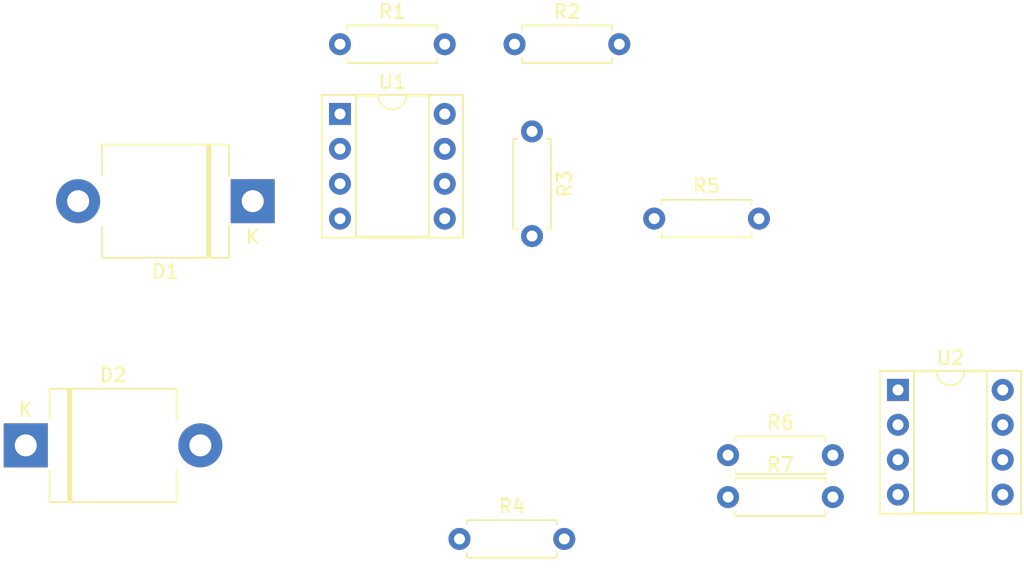
<source format=kicad_pcb>
(kicad_pcb (version 20171130) (host pcbnew "(5.0.0)")

  (general
    (thickness 1.6)
    (drawings 0)
    (tracks 0)
    (zones 0)
    (modules 11)
    (nets 18)
  )

  (page A4)
  (layers
    (0 F.Cu signal)
    (31 B.Cu signal)
    (32 B.Adhes user)
    (33 F.Adhes user)
    (34 B.Paste user)
    (35 F.Paste user)
    (36 B.SilkS user)
    (37 F.SilkS user)
    (38 B.Mask user)
    (39 F.Mask user)
    (40 Dwgs.User user)
    (41 Cmts.User user)
    (42 Eco1.User user)
    (43 Eco2.User user)
    (44 Edge.Cuts user)
    (45 Margin user)
    (46 B.CrtYd user)
    (47 F.CrtYd user)
    (48 B.Fab user)
    (49 F.Fab user)
  )

  (setup
    (last_trace_width 0.25)
    (trace_clearance 0.2)
    (zone_clearance 0.508)
    (zone_45_only no)
    (trace_min 0.2)
    (segment_width 0.2)
    (edge_width 0.15)
    (via_size 0.8)
    (via_drill 0.4)
    (via_min_size 0.4)
    (via_min_drill 0.3)
    (uvia_size 0.3)
    (uvia_drill 0.1)
    (uvias_allowed no)
    (uvia_min_size 0.2)
    (uvia_min_drill 0.1)
    (pcb_text_width 0.3)
    (pcb_text_size 1.5 1.5)
    (mod_edge_width 0.15)
    (mod_text_size 1 1)
    (mod_text_width 0.15)
    (pad_size 1.524 1.524)
    (pad_drill 0.762)
    (pad_to_mask_clearance 0.2)
    (aux_axis_origin 0 0)
    (visible_elements 7FFFFFFF)
    (pcbplotparams
      (layerselection 0x010fc_ffffffff)
      (usegerberextensions false)
      (usegerberattributes false)
      (usegerberadvancedattributes false)
      (creategerberjobfile false)
      (excludeedgelayer true)
      (linewidth 0.100000)
      (plotframeref false)
      (viasonmask false)
      (mode 1)
      (useauxorigin false)
      (hpglpennumber 1)
      (hpglpenspeed 20)
      (hpglpendiameter 15.000000)
      (psnegative false)
      (psa4output false)
      (plotreference true)
      (plotvalue true)
      (plotinvisibletext false)
      (padsonsilk false)
      (subtractmaskfromsilk false)
      (outputformat 1)
      (mirror false)
      (drillshape 1)
      (scaleselection 1)
      (outputdirectory ""))
  )

  (net 0 "")
  (net 1 GND)
  (net 2 "Net-(D1-Pad2)")
  (net 3 /MIDI1_RX)
  (net 4 +5V)
  (net 5 "Net-(R3-Pad1)")
  (net 6 /MIDI2_RX)
  (net 7 "Net-(D2-Pad2)")
  (net 8 "Net-(R6-Pad1)")
  (net 9 /MIDI3_RX)
  (net 10 "Net-(U1-Pad1)")
  (net 11 /MIDI1_TX)
  (net 12 "Net-(U1-Pad4)")
  (net 13 "Net-(U2-Pad4)")
  (net 14 /MIDI2_TX)
  (net 15 "Net-(U2-Pad1)")
  (net 16 "Net-(J1-Pad3)")
  (net 17 "Net-(J1-Pad2)")

  (net_class Default "This is the default net class."
    (clearance 0.2)
    (trace_width 0.25)
    (via_dia 0.8)
    (via_drill 0.4)
    (uvia_dia 0.3)
    (uvia_drill 0.1)
    (add_net +5V)
    (add_net /MIDI1_RX)
    (add_net /MIDI1_TX)
    (add_net /MIDI2_RX)
    (add_net /MIDI2_TX)
    (add_net /MIDI3_RX)
    (add_net GND)
    (add_net "Net-(D1-Pad2)")
    (add_net "Net-(D2-Pad2)")
    (add_net "Net-(J1-Pad2)")
    (add_net "Net-(J1-Pad3)")
    (add_net "Net-(R3-Pad1)")
    (add_net "Net-(R6-Pad1)")
    (add_net "Net-(U1-Pad1)")
    (add_net "Net-(U1-Pad4)")
    (add_net "Net-(U2-Pad1)")
    (add_net "Net-(U2-Pad4)")
  )

  (module Diode_THT:D_5KPW_P12.70mm_Horizontal (layer F.Cu) (tedit 5AE50CD5) (tstamp 5BCC380C)
    (at 78.74 104.14)
    (descr "Diode, 5KPW series, Axial, Horizontal, pin pitch=12.7mm, , length*diameter=9*8mm^2, , http://www.diodes.com/_files/packages/8686949.gif")
    (tags "Diode 5KPW series Axial Horizontal pin pitch 12.7mm  length 9mm diameter 8mm")
    (path /5BC0A198)
    (fp_text reference D2 (at 6.35 -5.12) (layer F.SilkS)
      (effects (font (size 1 1) (thickness 0.15)))
    )
    (fp_text value DIODE (at 6.35 5.12) (layer F.Fab)
      (effects (font (size 1 1) (thickness 0.15)))
    )
    (fp_text user K (at 0 -2.6) (layer F.SilkS)
      (effects (font (size 1 1) (thickness 0.15)))
    )
    (fp_text user K (at 0 -2.6) (layer F.Fab)
      (effects (font (size 1 1) (thickness 0.15)))
    )
    (fp_text user %R (at 7.025 0) (layer F.Fab)
      (effects (font (size 1 1) (thickness 0.15)))
    )
    (fp_line (start 14.55 -4.25) (end -1.85 -4.25) (layer F.CrtYd) (width 0.05))
    (fp_line (start 14.55 4.25) (end 14.55 -4.25) (layer F.CrtYd) (width 0.05))
    (fp_line (start -1.85 4.25) (end 14.55 4.25) (layer F.CrtYd) (width 0.05))
    (fp_line (start -1.85 -4.25) (end -1.85 4.25) (layer F.CrtYd) (width 0.05))
    (fp_line (start 3.08 -4.12) (end 3.08 4.12) (layer F.SilkS) (width 0.12))
    (fp_line (start 3.32 -4.12) (end 3.32 4.12) (layer F.SilkS) (width 0.12))
    (fp_line (start 3.2 -4.12) (end 3.2 4.12) (layer F.SilkS) (width 0.12))
    (fp_line (start 10.97 4.12) (end 10.97 1.84) (layer F.SilkS) (width 0.12))
    (fp_line (start 1.73 4.12) (end 10.97 4.12) (layer F.SilkS) (width 0.12))
    (fp_line (start 1.73 1.84) (end 1.73 4.12) (layer F.SilkS) (width 0.12))
    (fp_line (start 10.97 -4.12) (end 10.97 -1.84) (layer F.SilkS) (width 0.12))
    (fp_line (start 1.73 -4.12) (end 10.97 -4.12) (layer F.SilkS) (width 0.12))
    (fp_line (start 1.73 -1.84) (end 1.73 -4.12) (layer F.SilkS) (width 0.12))
    (fp_line (start 3.1 -4) (end 3.1 4) (layer F.Fab) (width 0.1))
    (fp_line (start 3.3 -4) (end 3.3 4) (layer F.Fab) (width 0.1))
    (fp_line (start 3.2 -4) (end 3.2 4) (layer F.Fab) (width 0.1))
    (fp_line (start 12.7 0) (end 10.85 0) (layer F.Fab) (width 0.1))
    (fp_line (start 0 0) (end 1.85 0) (layer F.Fab) (width 0.1))
    (fp_line (start 10.85 -4) (end 1.85 -4) (layer F.Fab) (width 0.1))
    (fp_line (start 10.85 4) (end 10.85 -4) (layer F.Fab) (width 0.1))
    (fp_line (start 1.85 4) (end 10.85 4) (layer F.Fab) (width 0.1))
    (fp_line (start 1.85 -4) (end 1.85 4) (layer F.Fab) (width 0.1))
    (pad 2 thru_hole oval (at 12.7 0) (size 3.2 3.2) (drill 1.6) (layers *.Cu *.Mask)
      (net 7 "Net-(D2-Pad2)"))
    (pad 1 thru_hole rect (at 0 0) (size 3.2 3.2) (drill 1.6) (layers *.Cu *.Mask)
      (net 14 /MIDI2_TX))
    (model ${KISYS3DMOD}/Diode_THT.3dshapes/D_5KPW_P12.70mm_Horizontal.wrl
      (at (xyz 0 0 0))
      (scale (xyz 1 1 1))
      (rotate (xyz 0 0 0))
    )
  )

  (module Diode_THT:D_5KPW_P12.70mm_Horizontal (layer F.Cu) (tedit 5AE50CD5) (tstamp 5BCC37EE)
    (at 95.25 86.36 180)
    (descr "Diode, 5KPW series, Axial, Horizontal, pin pitch=12.7mm, , length*diameter=9*8mm^2, , http://www.diodes.com/_files/packages/8686949.gif")
    (tags "Diode 5KPW series Axial Horizontal pin pitch 12.7mm  length 9mm diameter 8mm")
    (path /5BC027E3)
    (fp_text reference D1 (at 6.35 -5.12 180) (layer F.SilkS)
      (effects (font (size 1 1) (thickness 0.15)))
    )
    (fp_text value DIODE (at 6.35 5.12 180) (layer F.Fab)
      (effects (font (size 1 1) (thickness 0.15)))
    )
    (fp_line (start 1.85 -4) (end 1.85 4) (layer F.Fab) (width 0.1))
    (fp_line (start 1.85 4) (end 10.85 4) (layer F.Fab) (width 0.1))
    (fp_line (start 10.85 4) (end 10.85 -4) (layer F.Fab) (width 0.1))
    (fp_line (start 10.85 -4) (end 1.85 -4) (layer F.Fab) (width 0.1))
    (fp_line (start 0 0) (end 1.85 0) (layer F.Fab) (width 0.1))
    (fp_line (start 12.7 0) (end 10.85 0) (layer F.Fab) (width 0.1))
    (fp_line (start 3.2 -4) (end 3.2 4) (layer F.Fab) (width 0.1))
    (fp_line (start 3.3 -4) (end 3.3 4) (layer F.Fab) (width 0.1))
    (fp_line (start 3.1 -4) (end 3.1 4) (layer F.Fab) (width 0.1))
    (fp_line (start 1.73 -1.84) (end 1.73 -4.12) (layer F.SilkS) (width 0.12))
    (fp_line (start 1.73 -4.12) (end 10.97 -4.12) (layer F.SilkS) (width 0.12))
    (fp_line (start 10.97 -4.12) (end 10.97 -1.84) (layer F.SilkS) (width 0.12))
    (fp_line (start 1.73 1.84) (end 1.73 4.12) (layer F.SilkS) (width 0.12))
    (fp_line (start 1.73 4.12) (end 10.97 4.12) (layer F.SilkS) (width 0.12))
    (fp_line (start 10.97 4.12) (end 10.97 1.84) (layer F.SilkS) (width 0.12))
    (fp_line (start 3.2 -4.12) (end 3.2 4.12) (layer F.SilkS) (width 0.12))
    (fp_line (start 3.32 -4.12) (end 3.32 4.12) (layer F.SilkS) (width 0.12))
    (fp_line (start 3.08 -4.12) (end 3.08 4.12) (layer F.SilkS) (width 0.12))
    (fp_line (start -1.85 -4.25) (end -1.85 4.25) (layer F.CrtYd) (width 0.05))
    (fp_line (start -1.85 4.25) (end 14.55 4.25) (layer F.CrtYd) (width 0.05))
    (fp_line (start 14.55 4.25) (end 14.55 -4.25) (layer F.CrtYd) (width 0.05))
    (fp_line (start 14.55 -4.25) (end -1.85 -4.25) (layer F.CrtYd) (width 0.05))
    (fp_text user %R (at 7.025 0 180) (layer F.Fab)
      (effects (font (size 1 1) (thickness 0.15)))
    )
    (fp_text user K (at 0 -2.6 180) (layer F.Fab)
      (effects (font (size 1 1) (thickness 0.15)))
    )
    (fp_text user K (at 0 -2.6 180) (layer F.SilkS)
      (effects (font (size 1 1) (thickness 0.15)))
    )
    (pad 1 thru_hole rect (at 0 0 180) (size 3.2 3.2) (drill 1.6) (layers *.Cu *.Mask)
      (net 11 /MIDI1_TX))
    (pad 2 thru_hole oval (at 12.7 0 180) (size 3.2 3.2) (drill 1.6) (layers *.Cu *.Mask)
      (net 2 "Net-(D1-Pad2)"))
    (model ${KISYS3DMOD}/Diode_THT.3dshapes/D_5KPW_P12.70mm_Horizontal.wrl
      (at (xyz 0 0 0))
      (scale (xyz 1 1 1))
      (rotate (xyz 0 0 0))
    )
  )

  (module Package_DIP:DIP-8_W7.62mm_Socket (layer F.Cu) (tedit 5A02E8C5) (tstamp 5BCC25B3)
    (at 142.195001 100.105001)
    (descr "8-lead though-hole mounted DIP package, row spacing 7.62 mm (300 mils), Socket")
    (tags "THT DIP DIL PDIP 2.54mm 7.62mm 300mil Socket")
    (path /5BC0A185)
    (fp_text reference U2 (at 3.81 -2.33) (layer F.SilkS)
      (effects (font (size 1 1) (thickness 0.15)))
    )
    (fp_text value 6N138 (at 3.81 9.95) (layer F.Fab)
      (effects (font (size 1 1) (thickness 0.15)))
    )
    (fp_text user %R (at 3.81 3.81) (layer F.Fab)
      (effects (font (size 1 1) (thickness 0.15)))
    )
    (fp_line (start 9.15 -1.6) (end -1.55 -1.6) (layer F.CrtYd) (width 0.05))
    (fp_line (start 9.15 9.2) (end 9.15 -1.6) (layer F.CrtYd) (width 0.05))
    (fp_line (start -1.55 9.2) (end 9.15 9.2) (layer F.CrtYd) (width 0.05))
    (fp_line (start -1.55 -1.6) (end -1.55 9.2) (layer F.CrtYd) (width 0.05))
    (fp_line (start 8.95 -1.39) (end -1.33 -1.39) (layer F.SilkS) (width 0.12))
    (fp_line (start 8.95 9.01) (end 8.95 -1.39) (layer F.SilkS) (width 0.12))
    (fp_line (start -1.33 9.01) (end 8.95 9.01) (layer F.SilkS) (width 0.12))
    (fp_line (start -1.33 -1.39) (end -1.33 9.01) (layer F.SilkS) (width 0.12))
    (fp_line (start 6.46 -1.33) (end 4.81 -1.33) (layer F.SilkS) (width 0.12))
    (fp_line (start 6.46 8.95) (end 6.46 -1.33) (layer F.SilkS) (width 0.12))
    (fp_line (start 1.16 8.95) (end 6.46 8.95) (layer F.SilkS) (width 0.12))
    (fp_line (start 1.16 -1.33) (end 1.16 8.95) (layer F.SilkS) (width 0.12))
    (fp_line (start 2.81 -1.33) (end 1.16 -1.33) (layer F.SilkS) (width 0.12))
    (fp_line (start 8.89 -1.33) (end -1.27 -1.33) (layer F.Fab) (width 0.1))
    (fp_line (start 8.89 8.95) (end 8.89 -1.33) (layer F.Fab) (width 0.1))
    (fp_line (start -1.27 8.95) (end 8.89 8.95) (layer F.Fab) (width 0.1))
    (fp_line (start -1.27 -1.33) (end -1.27 8.95) (layer F.Fab) (width 0.1))
    (fp_line (start 0.635 -0.27) (end 1.635 -1.27) (layer F.Fab) (width 0.1))
    (fp_line (start 0.635 8.89) (end 0.635 -0.27) (layer F.Fab) (width 0.1))
    (fp_line (start 6.985 8.89) (end 0.635 8.89) (layer F.Fab) (width 0.1))
    (fp_line (start 6.985 -1.27) (end 6.985 8.89) (layer F.Fab) (width 0.1))
    (fp_line (start 1.635 -1.27) (end 6.985 -1.27) (layer F.Fab) (width 0.1))
    (fp_arc (start 3.81 -1.33) (end 2.81 -1.33) (angle -180) (layer F.SilkS) (width 0.12))
    (pad 8 thru_hole oval (at 7.62 0) (size 1.6 1.6) (drill 0.8) (layers *.Cu *.Mask)
      (net 4 +5V))
    (pad 4 thru_hole oval (at 0 7.62) (size 1.6 1.6) (drill 0.8) (layers *.Cu *.Mask)
      (net 13 "Net-(U2-Pad4)"))
    (pad 7 thru_hole oval (at 7.62 2.54) (size 1.6 1.6) (drill 0.8) (layers *.Cu *.Mask)
      (net 8 "Net-(R6-Pad1)"))
    (pad 3 thru_hole oval (at 0 5.08) (size 1.6 1.6) (drill 0.8) (layers *.Cu *.Mask)
      (net 14 /MIDI2_TX))
    (pad 6 thru_hole oval (at 7.62 5.08) (size 1.6 1.6) (drill 0.8) (layers *.Cu *.Mask)
      (net 17 "Net-(J1-Pad2)"))
    (pad 2 thru_hole oval (at 0 2.54) (size 1.6 1.6) (drill 0.8) (layers *.Cu *.Mask)
      (net 7 "Net-(D2-Pad2)"))
    (pad 5 thru_hole oval (at 7.62 7.62) (size 1.6 1.6) (drill 0.8) (layers *.Cu *.Mask)
      (net 1 GND))
    (pad 1 thru_hole rect (at 0 0) (size 1.6 1.6) (drill 0.8) (layers *.Cu *.Mask)
      (net 15 "Net-(U2-Pad1)"))
    (model ${KISYS3DMOD}/Package_DIP.3dshapes/DIP-8_W7.62mm_Socket.wrl
      (at (xyz 0 0 0))
      (scale (xyz 1 1 1))
      (rotate (xyz 0 0 0))
    )
  )

  (module Package_DIP:DIP-8_W7.62mm_Socket (layer F.Cu) (tedit 5A02E8C5) (tstamp 5BCC258F)
    (at 101.6 80.01)
    (descr "8-lead though-hole mounted DIP package, row spacing 7.62 mm (300 mils), Socket")
    (tags "THT DIP DIL PDIP 2.54mm 7.62mm 300mil Socket")
    (path /5BC02513)
    (fp_text reference U1 (at 3.81 -2.33) (layer F.SilkS)
      (effects (font (size 1 1) (thickness 0.15)))
    )
    (fp_text value 6N138 (at 3.81 9.95) (layer F.Fab)
      (effects (font (size 1 1) (thickness 0.15)))
    )
    (fp_arc (start 3.81 -1.33) (end 2.81 -1.33) (angle -180) (layer F.SilkS) (width 0.12))
    (fp_line (start 1.635 -1.27) (end 6.985 -1.27) (layer F.Fab) (width 0.1))
    (fp_line (start 6.985 -1.27) (end 6.985 8.89) (layer F.Fab) (width 0.1))
    (fp_line (start 6.985 8.89) (end 0.635 8.89) (layer F.Fab) (width 0.1))
    (fp_line (start 0.635 8.89) (end 0.635 -0.27) (layer F.Fab) (width 0.1))
    (fp_line (start 0.635 -0.27) (end 1.635 -1.27) (layer F.Fab) (width 0.1))
    (fp_line (start -1.27 -1.33) (end -1.27 8.95) (layer F.Fab) (width 0.1))
    (fp_line (start -1.27 8.95) (end 8.89 8.95) (layer F.Fab) (width 0.1))
    (fp_line (start 8.89 8.95) (end 8.89 -1.33) (layer F.Fab) (width 0.1))
    (fp_line (start 8.89 -1.33) (end -1.27 -1.33) (layer F.Fab) (width 0.1))
    (fp_line (start 2.81 -1.33) (end 1.16 -1.33) (layer F.SilkS) (width 0.12))
    (fp_line (start 1.16 -1.33) (end 1.16 8.95) (layer F.SilkS) (width 0.12))
    (fp_line (start 1.16 8.95) (end 6.46 8.95) (layer F.SilkS) (width 0.12))
    (fp_line (start 6.46 8.95) (end 6.46 -1.33) (layer F.SilkS) (width 0.12))
    (fp_line (start 6.46 -1.33) (end 4.81 -1.33) (layer F.SilkS) (width 0.12))
    (fp_line (start -1.33 -1.39) (end -1.33 9.01) (layer F.SilkS) (width 0.12))
    (fp_line (start -1.33 9.01) (end 8.95 9.01) (layer F.SilkS) (width 0.12))
    (fp_line (start 8.95 9.01) (end 8.95 -1.39) (layer F.SilkS) (width 0.12))
    (fp_line (start 8.95 -1.39) (end -1.33 -1.39) (layer F.SilkS) (width 0.12))
    (fp_line (start -1.55 -1.6) (end -1.55 9.2) (layer F.CrtYd) (width 0.05))
    (fp_line (start -1.55 9.2) (end 9.15 9.2) (layer F.CrtYd) (width 0.05))
    (fp_line (start 9.15 9.2) (end 9.15 -1.6) (layer F.CrtYd) (width 0.05))
    (fp_line (start 9.15 -1.6) (end -1.55 -1.6) (layer F.CrtYd) (width 0.05))
    (fp_text user %R (at 3.81 3.81) (layer F.Fab)
      (effects (font (size 1 1) (thickness 0.15)))
    )
    (pad 1 thru_hole rect (at 0 0) (size 1.6 1.6) (drill 0.8) (layers *.Cu *.Mask)
      (net 10 "Net-(U1-Pad1)"))
    (pad 5 thru_hole oval (at 7.62 7.62) (size 1.6 1.6) (drill 0.8) (layers *.Cu *.Mask)
      (net 1 GND))
    (pad 2 thru_hole oval (at 0 2.54) (size 1.6 1.6) (drill 0.8) (layers *.Cu *.Mask)
      (net 2 "Net-(D1-Pad2)"))
    (pad 6 thru_hole oval (at 7.62 5.08) (size 1.6 1.6) (drill 0.8) (layers *.Cu *.Mask)
      (net 16 "Net-(J1-Pad3)"))
    (pad 3 thru_hole oval (at 0 5.08) (size 1.6 1.6) (drill 0.8) (layers *.Cu *.Mask)
      (net 11 /MIDI1_TX))
    (pad 7 thru_hole oval (at 7.62 2.54) (size 1.6 1.6) (drill 0.8) (layers *.Cu *.Mask)
      (net 5 "Net-(R3-Pad1)"))
    (pad 4 thru_hole oval (at 0 7.62) (size 1.6 1.6) (drill 0.8) (layers *.Cu *.Mask)
      (net 12 "Net-(U1-Pad4)"))
    (pad 8 thru_hole oval (at 7.62 0) (size 1.6 1.6) (drill 0.8) (layers *.Cu *.Mask)
      (net 4 +5V))
    (model ${KISYS3DMOD}/Package_DIP.3dshapes/DIP-8_W7.62mm_Socket.wrl
      (at (xyz 0 0 0))
      (scale (xyz 1 1 1))
      (rotate (xyz 0 0 0))
    )
  )

  (module Resistor_THT:R_Axial_DIN0207_L6.3mm_D2.5mm_P7.62mm_Horizontal (layer F.Cu) (tedit 5AE5139B) (tstamp 5BCC244F)
    (at 129.835001 107.905001)
    (descr "Resistor, Axial_DIN0207 series, Axial, Horizontal, pin pitch=7.62mm, 0.25W = 1/4W, length*diameter=6.3*2.5mm^2, http://cdn-reichelt.de/documents/datenblatt/B400/1_4W%23YAG.pdf")
    (tags "Resistor Axial_DIN0207 series Axial Horizontal pin pitch 7.62mm 0.25W = 1/4W length 6.3mm diameter 2.5mm")
    (path /5BC022F8)
    (fp_text reference R7 (at 3.81 -2.37) (layer F.SilkS)
      (effects (font (size 1 1) (thickness 0.15)))
    )
    (fp_text value R (at 3.81 2.37) (layer F.Fab)
      (effects (font (size 1 1) (thickness 0.15)))
    )
    (fp_line (start 0.66 -1.25) (end 0.66 1.25) (layer F.Fab) (width 0.1))
    (fp_line (start 0.66 1.25) (end 6.96 1.25) (layer F.Fab) (width 0.1))
    (fp_line (start 6.96 1.25) (end 6.96 -1.25) (layer F.Fab) (width 0.1))
    (fp_line (start 6.96 -1.25) (end 0.66 -1.25) (layer F.Fab) (width 0.1))
    (fp_line (start 0 0) (end 0.66 0) (layer F.Fab) (width 0.1))
    (fp_line (start 7.62 0) (end 6.96 0) (layer F.Fab) (width 0.1))
    (fp_line (start 0.54 -1.04) (end 0.54 -1.37) (layer F.SilkS) (width 0.12))
    (fp_line (start 0.54 -1.37) (end 7.08 -1.37) (layer F.SilkS) (width 0.12))
    (fp_line (start 7.08 -1.37) (end 7.08 -1.04) (layer F.SilkS) (width 0.12))
    (fp_line (start 0.54 1.04) (end 0.54 1.37) (layer F.SilkS) (width 0.12))
    (fp_line (start 0.54 1.37) (end 7.08 1.37) (layer F.SilkS) (width 0.12))
    (fp_line (start 7.08 1.37) (end 7.08 1.04) (layer F.SilkS) (width 0.12))
    (fp_line (start -1.05 -1.5) (end -1.05 1.5) (layer F.CrtYd) (width 0.05))
    (fp_line (start -1.05 1.5) (end 8.67 1.5) (layer F.CrtYd) (width 0.05))
    (fp_line (start 8.67 1.5) (end 8.67 -1.5) (layer F.CrtYd) (width 0.05))
    (fp_line (start 8.67 -1.5) (end -1.05 -1.5) (layer F.CrtYd) (width 0.05))
    (fp_text user %R (at 3.81 0) (layer F.Fab)
      (effects (font (size 1 1) (thickness 0.15)))
    )
    (pad 1 thru_hole circle (at 0 0) (size 1.6 1.6) (drill 0.8) (layers *.Cu *.Mask)
      (net 4 +5V))
    (pad 2 thru_hole oval (at 7.62 0) (size 1.6 1.6) (drill 0.8) (layers *.Cu *.Mask)
      (net 9 /MIDI3_RX))
    (model ${KISYS3DMOD}/Resistor_THT.3dshapes/R_Axial_DIN0207_L6.3mm_D2.5mm_P7.62mm_Horizontal.wrl
      (at (xyz 0 0 0))
      (scale (xyz 1 1 1))
      (rotate (xyz 0 0 0))
    )
  )

  (module Resistor_THT:R_Axial_DIN0207_L6.3mm_D2.5mm_P7.62mm_Horizontal (layer F.Cu) (tedit 5AE5139B) (tstamp 5BCC2438)
    (at 129.835001 104.855001)
    (descr "Resistor, Axial_DIN0207 series, Axial, Horizontal, pin pitch=7.62mm, 0.25W = 1/4W, length*diameter=6.3*2.5mm^2, http://cdn-reichelt.de/documents/datenblatt/B400/1_4W%23YAG.pdf")
    (tags "Resistor Axial_DIN0207 series Axial Horizontal pin pitch 7.62mm 0.25W = 1/4W length 6.3mm diameter 2.5mm")
    (path /5BC0A17E)
    (fp_text reference R6 (at 3.81 -2.37) (layer F.SilkS)
      (effects (font (size 1 1) (thickness 0.15)))
    )
    (fp_text value R (at 3.81 2.37) (layer F.Fab)
      (effects (font (size 1 1) (thickness 0.15)))
    )
    (fp_text user %R (at 3.81 0) (layer F.Fab)
      (effects (font (size 1 1) (thickness 0.15)))
    )
    (fp_line (start 8.67 -1.5) (end -1.05 -1.5) (layer F.CrtYd) (width 0.05))
    (fp_line (start 8.67 1.5) (end 8.67 -1.5) (layer F.CrtYd) (width 0.05))
    (fp_line (start -1.05 1.5) (end 8.67 1.5) (layer F.CrtYd) (width 0.05))
    (fp_line (start -1.05 -1.5) (end -1.05 1.5) (layer F.CrtYd) (width 0.05))
    (fp_line (start 7.08 1.37) (end 7.08 1.04) (layer F.SilkS) (width 0.12))
    (fp_line (start 0.54 1.37) (end 7.08 1.37) (layer F.SilkS) (width 0.12))
    (fp_line (start 0.54 1.04) (end 0.54 1.37) (layer F.SilkS) (width 0.12))
    (fp_line (start 7.08 -1.37) (end 7.08 -1.04) (layer F.SilkS) (width 0.12))
    (fp_line (start 0.54 -1.37) (end 7.08 -1.37) (layer F.SilkS) (width 0.12))
    (fp_line (start 0.54 -1.04) (end 0.54 -1.37) (layer F.SilkS) (width 0.12))
    (fp_line (start 7.62 0) (end 6.96 0) (layer F.Fab) (width 0.1))
    (fp_line (start 0 0) (end 0.66 0) (layer F.Fab) (width 0.1))
    (fp_line (start 6.96 -1.25) (end 0.66 -1.25) (layer F.Fab) (width 0.1))
    (fp_line (start 6.96 1.25) (end 6.96 -1.25) (layer F.Fab) (width 0.1))
    (fp_line (start 0.66 1.25) (end 6.96 1.25) (layer F.Fab) (width 0.1))
    (fp_line (start 0.66 -1.25) (end 0.66 1.25) (layer F.Fab) (width 0.1))
    (pad 2 thru_hole oval (at 7.62 0) (size 1.6 1.6) (drill 0.8) (layers *.Cu *.Mask)
      (net 1 GND))
    (pad 1 thru_hole circle (at 0 0) (size 1.6 1.6) (drill 0.8) (layers *.Cu *.Mask)
      (net 8 "Net-(R6-Pad1)"))
    (model ${KISYS3DMOD}/Resistor_THT.3dshapes/R_Axial_DIN0207_L6.3mm_D2.5mm_P7.62mm_Horizontal.wrl
      (at (xyz 0 0 0))
      (scale (xyz 1 1 1))
      (rotate (xyz 0 0 0))
    )
  )

  (module Resistor_THT:R_Axial_DIN0207_L6.3mm_D2.5mm_P7.62mm_Horizontal (layer F.Cu) (tedit 5AE5139B) (tstamp 5BCC2421)
    (at 124.46 87.63)
    (descr "Resistor, Axial_DIN0207 series, Axial, Horizontal, pin pitch=7.62mm, 0.25W = 1/4W, length*diameter=6.3*2.5mm^2, http://cdn-reichelt.de/documents/datenblatt/B400/1_4W%23YAG.pdf")
    (tags "Resistor Axial_DIN0207 series Axial Horizontal pin pitch 7.62mm 0.25W = 1/4W length 6.3mm diameter 2.5mm")
    (path /5BC0A177)
    (fp_text reference R5 (at 3.81 -2.37) (layer F.SilkS)
      (effects (font (size 1 1) (thickness 0.15)))
    )
    (fp_text value R (at 3.81 2.37) (layer F.Fab)
      (effects (font (size 1 1) (thickness 0.15)))
    )
    (fp_line (start 0.66 -1.25) (end 0.66 1.25) (layer F.Fab) (width 0.1))
    (fp_line (start 0.66 1.25) (end 6.96 1.25) (layer F.Fab) (width 0.1))
    (fp_line (start 6.96 1.25) (end 6.96 -1.25) (layer F.Fab) (width 0.1))
    (fp_line (start 6.96 -1.25) (end 0.66 -1.25) (layer F.Fab) (width 0.1))
    (fp_line (start 0 0) (end 0.66 0) (layer F.Fab) (width 0.1))
    (fp_line (start 7.62 0) (end 6.96 0) (layer F.Fab) (width 0.1))
    (fp_line (start 0.54 -1.04) (end 0.54 -1.37) (layer F.SilkS) (width 0.12))
    (fp_line (start 0.54 -1.37) (end 7.08 -1.37) (layer F.SilkS) (width 0.12))
    (fp_line (start 7.08 -1.37) (end 7.08 -1.04) (layer F.SilkS) (width 0.12))
    (fp_line (start 0.54 1.04) (end 0.54 1.37) (layer F.SilkS) (width 0.12))
    (fp_line (start 0.54 1.37) (end 7.08 1.37) (layer F.SilkS) (width 0.12))
    (fp_line (start 7.08 1.37) (end 7.08 1.04) (layer F.SilkS) (width 0.12))
    (fp_line (start -1.05 -1.5) (end -1.05 1.5) (layer F.CrtYd) (width 0.05))
    (fp_line (start -1.05 1.5) (end 8.67 1.5) (layer F.CrtYd) (width 0.05))
    (fp_line (start 8.67 1.5) (end 8.67 -1.5) (layer F.CrtYd) (width 0.05))
    (fp_line (start 8.67 -1.5) (end -1.05 -1.5) (layer F.CrtYd) (width 0.05))
    (fp_text user %R (at 3.81 0) (layer F.Fab)
      (effects (font (size 1 1) (thickness 0.15)))
    )
    (pad 1 thru_hole circle (at 0 0) (size 1.6 1.6) (drill 0.8) (layers *.Cu *.Mask)
      (net 4 +5V))
    (pad 2 thru_hole oval (at 7.62 0) (size 1.6 1.6) (drill 0.8) (layers *.Cu *.Mask)
      (net 17 "Net-(J1-Pad2)"))
    (model ${KISYS3DMOD}/Resistor_THT.3dshapes/R_Axial_DIN0207_L6.3mm_D2.5mm_P7.62mm_Horizontal.wrl
      (at (xyz 0 0 0))
      (scale (xyz 1 1 1))
      (rotate (xyz 0 0 0))
    )
  )

  (module Resistor_THT:R_Axial_DIN0207_L6.3mm_D2.5mm_P7.62mm_Horizontal (layer F.Cu) (tedit 5AE5139B) (tstamp 5BCC240A)
    (at 110.295001 110.955001)
    (descr "Resistor, Axial_DIN0207 series, Axial, Horizontal, pin pitch=7.62mm, 0.25W = 1/4W, length*diameter=6.3*2.5mm^2, http://cdn-reichelt.de/documents/datenblatt/B400/1_4W%23YAG.pdf")
    (tags "Resistor Axial_DIN0207 series Axial Horizontal pin pitch 7.62mm 0.25W = 1/4W length 6.3mm diameter 2.5mm")
    (path /5BC0A170)
    (fp_text reference R4 (at 3.81 -2.37) (layer F.SilkS)
      (effects (font (size 1 1) (thickness 0.15)))
    )
    (fp_text value R (at 3.81 2.37) (layer F.Fab)
      (effects (font (size 1 1) (thickness 0.15)))
    )
    (fp_text user %R (at 3.81 0) (layer F.Fab)
      (effects (font (size 1 1) (thickness 0.15)))
    )
    (fp_line (start 8.67 -1.5) (end -1.05 -1.5) (layer F.CrtYd) (width 0.05))
    (fp_line (start 8.67 1.5) (end 8.67 -1.5) (layer F.CrtYd) (width 0.05))
    (fp_line (start -1.05 1.5) (end 8.67 1.5) (layer F.CrtYd) (width 0.05))
    (fp_line (start -1.05 -1.5) (end -1.05 1.5) (layer F.CrtYd) (width 0.05))
    (fp_line (start 7.08 1.37) (end 7.08 1.04) (layer F.SilkS) (width 0.12))
    (fp_line (start 0.54 1.37) (end 7.08 1.37) (layer F.SilkS) (width 0.12))
    (fp_line (start 0.54 1.04) (end 0.54 1.37) (layer F.SilkS) (width 0.12))
    (fp_line (start 7.08 -1.37) (end 7.08 -1.04) (layer F.SilkS) (width 0.12))
    (fp_line (start 0.54 -1.37) (end 7.08 -1.37) (layer F.SilkS) (width 0.12))
    (fp_line (start 0.54 -1.04) (end 0.54 -1.37) (layer F.SilkS) (width 0.12))
    (fp_line (start 7.62 0) (end 6.96 0) (layer F.Fab) (width 0.1))
    (fp_line (start 0 0) (end 0.66 0) (layer F.Fab) (width 0.1))
    (fp_line (start 6.96 -1.25) (end 0.66 -1.25) (layer F.Fab) (width 0.1))
    (fp_line (start 6.96 1.25) (end 6.96 -1.25) (layer F.Fab) (width 0.1))
    (fp_line (start 0.66 1.25) (end 6.96 1.25) (layer F.Fab) (width 0.1))
    (fp_line (start 0.66 -1.25) (end 0.66 1.25) (layer F.Fab) (width 0.1))
    (pad 2 thru_hole oval (at 7.62 0) (size 1.6 1.6) (drill 0.8) (layers *.Cu *.Mask)
      (net 6 /MIDI2_RX))
    (pad 1 thru_hole circle (at 0 0) (size 1.6 1.6) (drill 0.8) (layers *.Cu *.Mask)
      (net 7 "Net-(D2-Pad2)"))
    (model ${KISYS3DMOD}/Resistor_THT.3dshapes/R_Axial_DIN0207_L6.3mm_D2.5mm_P7.62mm_Horizontal.wrl
      (at (xyz 0 0 0))
      (scale (xyz 1 1 1))
      (rotate (xyz 0 0 0))
    )
  )

  (module Resistor_THT:R_Axial_DIN0207_L6.3mm_D2.5mm_P7.62mm_Horizontal (layer F.Cu) (tedit 5AE5139B) (tstamp 5BCC23F3)
    (at 115.57 81.28 270)
    (descr "Resistor, Axial_DIN0207 series, Axial, Horizontal, pin pitch=7.62mm, 0.25W = 1/4W, length*diameter=6.3*2.5mm^2, http://cdn-reichelt.de/documents/datenblatt/B400/1_4W%23YAG.pdf")
    (tags "Resistor Axial_DIN0207 series Axial Horizontal pin pitch 7.62mm 0.25W = 1/4W length 6.3mm diameter 2.5mm")
    (path /5BC02375)
    (fp_text reference R3 (at 3.81 -2.37 270) (layer F.SilkS)
      (effects (font (size 1 1) (thickness 0.15)))
    )
    (fp_text value R (at 3.81 2.37 270) (layer F.Fab)
      (effects (font (size 1 1) (thickness 0.15)))
    )
    (fp_line (start 0.66 -1.25) (end 0.66 1.25) (layer F.Fab) (width 0.1))
    (fp_line (start 0.66 1.25) (end 6.96 1.25) (layer F.Fab) (width 0.1))
    (fp_line (start 6.96 1.25) (end 6.96 -1.25) (layer F.Fab) (width 0.1))
    (fp_line (start 6.96 -1.25) (end 0.66 -1.25) (layer F.Fab) (width 0.1))
    (fp_line (start 0 0) (end 0.66 0) (layer F.Fab) (width 0.1))
    (fp_line (start 7.62 0) (end 6.96 0) (layer F.Fab) (width 0.1))
    (fp_line (start 0.54 -1.04) (end 0.54 -1.37) (layer F.SilkS) (width 0.12))
    (fp_line (start 0.54 -1.37) (end 7.08 -1.37) (layer F.SilkS) (width 0.12))
    (fp_line (start 7.08 -1.37) (end 7.08 -1.04) (layer F.SilkS) (width 0.12))
    (fp_line (start 0.54 1.04) (end 0.54 1.37) (layer F.SilkS) (width 0.12))
    (fp_line (start 0.54 1.37) (end 7.08 1.37) (layer F.SilkS) (width 0.12))
    (fp_line (start 7.08 1.37) (end 7.08 1.04) (layer F.SilkS) (width 0.12))
    (fp_line (start -1.05 -1.5) (end -1.05 1.5) (layer F.CrtYd) (width 0.05))
    (fp_line (start -1.05 1.5) (end 8.67 1.5) (layer F.CrtYd) (width 0.05))
    (fp_line (start 8.67 1.5) (end 8.67 -1.5) (layer F.CrtYd) (width 0.05))
    (fp_line (start 8.67 -1.5) (end -1.05 -1.5) (layer F.CrtYd) (width 0.05))
    (fp_text user %R (at 3.81 0 270) (layer F.Fab)
      (effects (font (size 1 1) (thickness 0.15)))
    )
    (pad 1 thru_hole circle (at 0 0 270) (size 1.6 1.6) (drill 0.8) (layers *.Cu *.Mask)
      (net 5 "Net-(R3-Pad1)"))
    (pad 2 thru_hole oval (at 7.62 0 270) (size 1.6 1.6) (drill 0.8) (layers *.Cu *.Mask)
      (net 1 GND))
    (model ${KISYS3DMOD}/Resistor_THT.3dshapes/R_Axial_DIN0207_L6.3mm_D2.5mm_P7.62mm_Horizontal.wrl
      (at (xyz 0 0 0))
      (scale (xyz 1 1 1))
      (rotate (xyz 0 0 0))
    )
  )

  (module Resistor_THT:R_Axial_DIN0207_L6.3mm_D2.5mm_P7.62mm_Horizontal (layer F.Cu) (tedit 5AE5139B) (tstamp 5BCC23DC)
    (at 114.3 74.93)
    (descr "Resistor, Axial_DIN0207 series, Axial, Horizontal, pin pitch=7.62mm, 0.25W = 1/4W, length*diameter=6.3*2.5mm^2, http://cdn-reichelt.de/documents/datenblatt/B400/1_4W%23YAG.pdf")
    (tags "Resistor Axial_DIN0207 series Axial Horizontal pin pitch 7.62mm 0.25W = 1/4W length 6.3mm diameter 2.5mm")
    (path /5BC02095)
    (fp_text reference R2 (at 3.81 -2.37) (layer F.SilkS)
      (effects (font (size 1 1) (thickness 0.15)))
    )
    (fp_text value R (at 3.81 2.37) (layer F.Fab)
      (effects (font (size 1 1) (thickness 0.15)))
    )
    (fp_text user %R (at 3.81 0) (layer F.Fab)
      (effects (font (size 1 1) (thickness 0.15)))
    )
    (fp_line (start 8.67 -1.5) (end -1.05 -1.5) (layer F.CrtYd) (width 0.05))
    (fp_line (start 8.67 1.5) (end 8.67 -1.5) (layer F.CrtYd) (width 0.05))
    (fp_line (start -1.05 1.5) (end 8.67 1.5) (layer F.CrtYd) (width 0.05))
    (fp_line (start -1.05 -1.5) (end -1.05 1.5) (layer F.CrtYd) (width 0.05))
    (fp_line (start 7.08 1.37) (end 7.08 1.04) (layer F.SilkS) (width 0.12))
    (fp_line (start 0.54 1.37) (end 7.08 1.37) (layer F.SilkS) (width 0.12))
    (fp_line (start 0.54 1.04) (end 0.54 1.37) (layer F.SilkS) (width 0.12))
    (fp_line (start 7.08 -1.37) (end 7.08 -1.04) (layer F.SilkS) (width 0.12))
    (fp_line (start 0.54 -1.37) (end 7.08 -1.37) (layer F.SilkS) (width 0.12))
    (fp_line (start 0.54 -1.04) (end 0.54 -1.37) (layer F.SilkS) (width 0.12))
    (fp_line (start 7.62 0) (end 6.96 0) (layer F.Fab) (width 0.1))
    (fp_line (start 0 0) (end 0.66 0) (layer F.Fab) (width 0.1))
    (fp_line (start 6.96 -1.25) (end 0.66 -1.25) (layer F.Fab) (width 0.1))
    (fp_line (start 6.96 1.25) (end 6.96 -1.25) (layer F.Fab) (width 0.1))
    (fp_line (start 0.66 1.25) (end 6.96 1.25) (layer F.Fab) (width 0.1))
    (fp_line (start 0.66 -1.25) (end 0.66 1.25) (layer F.Fab) (width 0.1))
    (pad 2 thru_hole oval (at 7.62 0) (size 1.6 1.6) (drill 0.8) (layers *.Cu *.Mask)
      (net 16 "Net-(J1-Pad3)"))
    (pad 1 thru_hole circle (at 0 0) (size 1.6 1.6) (drill 0.8) (layers *.Cu *.Mask)
      (net 4 +5V))
    (model ${KISYS3DMOD}/Resistor_THT.3dshapes/R_Axial_DIN0207_L6.3mm_D2.5mm_P7.62mm_Horizontal.wrl
      (at (xyz 0 0 0))
      (scale (xyz 1 1 1))
      (rotate (xyz 0 0 0))
    )
  )

  (module Resistor_THT:R_Axial_DIN0207_L6.3mm_D2.5mm_P7.62mm_Horizontal (layer F.Cu) (tedit 5AE5139B) (tstamp 5BCC23C5)
    (at 101.6 74.93)
    (descr "Resistor, Axial_DIN0207 series, Axial, Horizontal, pin pitch=7.62mm, 0.25W = 1/4W, length*diameter=6.3*2.5mm^2, http://cdn-reichelt.de/documents/datenblatt/B400/1_4W%23YAG.pdf")
    (tags "Resistor Axial_DIN0207 series Axial Horizontal pin pitch 7.62mm 0.25W = 1/4W length 6.3mm diameter 2.5mm")
    (path /5BC01F9C)
    (fp_text reference R1 (at 3.81 -2.37) (layer F.SilkS)
      (effects (font (size 1 1) (thickness 0.15)))
    )
    (fp_text value R (at 3.81 2.37) (layer F.Fab)
      (effects (font (size 1 1) (thickness 0.15)))
    )
    (fp_line (start 0.66 -1.25) (end 0.66 1.25) (layer F.Fab) (width 0.1))
    (fp_line (start 0.66 1.25) (end 6.96 1.25) (layer F.Fab) (width 0.1))
    (fp_line (start 6.96 1.25) (end 6.96 -1.25) (layer F.Fab) (width 0.1))
    (fp_line (start 6.96 -1.25) (end 0.66 -1.25) (layer F.Fab) (width 0.1))
    (fp_line (start 0 0) (end 0.66 0) (layer F.Fab) (width 0.1))
    (fp_line (start 7.62 0) (end 6.96 0) (layer F.Fab) (width 0.1))
    (fp_line (start 0.54 -1.04) (end 0.54 -1.37) (layer F.SilkS) (width 0.12))
    (fp_line (start 0.54 -1.37) (end 7.08 -1.37) (layer F.SilkS) (width 0.12))
    (fp_line (start 7.08 -1.37) (end 7.08 -1.04) (layer F.SilkS) (width 0.12))
    (fp_line (start 0.54 1.04) (end 0.54 1.37) (layer F.SilkS) (width 0.12))
    (fp_line (start 0.54 1.37) (end 7.08 1.37) (layer F.SilkS) (width 0.12))
    (fp_line (start 7.08 1.37) (end 7.08 1.04) (layer F.SilkS) (width 0.12))
    (fp_line (start -1.05 -1.5) (end -1.05 1.5) (layer F.CrtYd) (width 0.05))
    (fp_line (start -1.05 1.5) (end 8.67 1.5) (layer F.CrtYd) (width 0.05))
    (fp_line (start 8.67 1.5) (end 8.67 -1.5) (layer F.CrtYd) (width 0.05))
    (fp_line (start 8.67 -1.5) (end -1.05 -1.5) (layer F.CrtYd) (width 0.05))
    (fp_text user %R (at 3.81 0) (layer F.Fab)
      (effects (font (size 1 1) (thickness 0.15)))
    )
    (pad 1 thru_hole circle (at 0 0) (size 1.6 1.6) (drill 0.8) (layers *.Cu *.Mask)
      (net 2 "Net-(D1-Pad2)"))
    (pad 2 thru_hole oval (at 7.62 0) (size 1.6 1.6) (drill 0.8) (layers *.Cu *.Mask)
      (net 3 /MIDI1_RX))
    (model ${KISYS3DMOD}/Resistor_THT.3dshapes/R_Axial_DIN0207_L6.3mm_D2.5mm_P7.62mm_Horizontal.wrl
      (at (xyz 0 0 0))
      (scale (xyz 1 1 1))
      (rotate (xyz 0 0 0))
    )
  )

)

</source>
